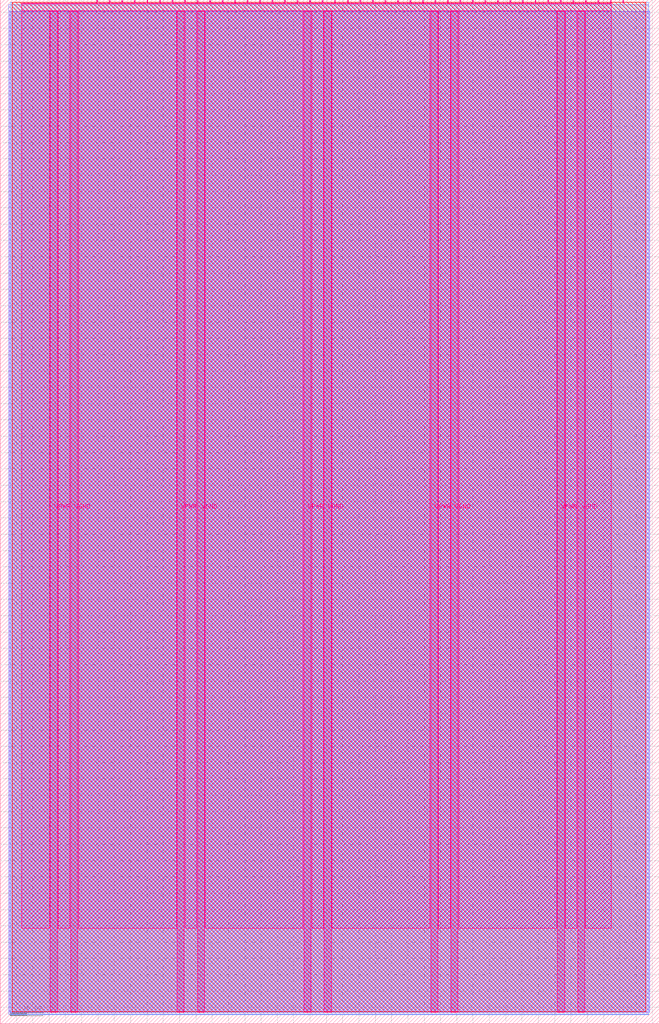
<source format=lef>
VERSION 5.7 ;
  NOWIREEXTENSIONATPIN ON ;
  DIVIDERCHAR "/" ;
  BUSBITCHARS "[]" ;
MACRO tt_um_comm_ic_bhavuk
  CLASS BLOCK ;
  FOREIGN tt_um_comm_ic_bhavuk ;
  ORIGIN 0.000 0.000 ;
  SIZE 202.080 BY 313.740 ;
  PIN VGND
    DIRECTION INOUT ;
    USE GROUND ;
    PORT
      LAYER Metal5 ;
        RECT 21.580 3.560 23.780 310.180 ;
    END
    PORT
      LAYER Metal5 ;
        RECT 60.450 3.560 62.650 310.180 ;
    END
    PORT
      LAYER Metal5 ;
        RECT 99.320 3.560 101.520 310.180 ;
    END
    PORT
      LAYER Metal5 ;
        RECT 138.190 3.560 140.390 310.180 ;
    END
    PORT
      LAYER Metal5 ;
        RECT 177.060 3.560 179.260 310.180 ;
    END
  END VGND
  PIN VPWR
    DIRECTION INOUT ;
    USE POWER ;
    PORT
      LAYER Metal5 ;
        RECT 15.380 3.560 17.580 310.180 ;
    END
    PORT
      LAYER Metal5 ;
        RECT 54.250 3.560 56.450 310.180 ;
    END
    PORT
      LAYER Metal5 ;
        RECT 93.120 3.560 95.320 310.180 ;
    END
    PORT
      LAYER Metal5 ;
        RECT 131.990 3.560 134.190 310.180 ;
    END
    PORT
      LAYER Metal5 ;
        RECT 170.860 3.560 173.060 310.180 ;
    END
  END VPWR
  PIN clk
    DIRECTION INPUT ;
    USE SIGNAL ;
    ANTENNAGATEAREA 58.992699 ;
    PORT
      LAYER Metal5 ;
        RECT 187.050 312.740 187.350 313.740 ;
    END
  END clk
  PIN ena
    DIRECTION INPUT ;
    USE SIGNAL ;
    PORT
      LAYER Metal5 ;
        RECT 190.890 312.740 191.190 313.740 ;
    END
  END ena
  PIN rst_n
    DIRECTION INPUT ;
    USE SIGNAL ;
    ANTENNAGATEAREA 0.314600 ;
    PORT
      LAYER Metal5 ;
        RECT 183.210 312.740 183.510 313.740 ;
    END
  END rst_n
  PIN ui_in[0]
    DIRECTION INPUT ;
    USE SIGNAL ;
    ANTENNAGATEAREA 0.213200 ;
    PORT
      LAYER Metal5 ;
        RECT 179.370 312.740 179.670 313.740 ;
    END
  END ui_in[0]
  PIN ui_in[1]
    DIRECTION INPUT ;
    USE SIGNAL ;
    ANTENNAGATEAREA 0.314600 ;
    PORT
      LAYER Metal5 ;
        RECT 175.530 312.740 175.830 313.740 ;
    END
  END ui_in[1]
  PIN ui_in[2]
    DIRECTION INPUT ;
    USE SIGNAL ;
    ANTENNAGATEAREA 0.213200 ;
    PORT
      LAYER Metal5 ;
        RECT 171.690 312.740 171.990 313.740 ;
    END
  END ui_in[2]
  PIN ui_in[3]
    DIRECTION INPUT ;
    USE SIGNAL ;
    PORT
      LAYER Metal5 ;
        RECT 167.850 312.740 168.150 313.740 ;
    END
  END ui_in[3]
  PIN ui_in[4]
    DIRECTION INPUT ;
    USE SIGNAL ;
    PORT
      LAYER Metal5 ;
        RECT 164.010 312.740 164.310 313.740 ;
    END
  END ui_in[4]
  PIN ui_in[5]
    DIRECTION INPUT ;
    USE SIGNAL ;
    PORT
      LAYER Metal5 ;
        RECT 160.170 312.740 160.470 313.740 ;
    END
  END ui_in[5]
  PIN ui_in[6]
    DIRECTION INPUT ;
    USE SIGNAL ;
    PORT
      LAYER Metal5 ;
        RECT 156.330 312.740 156.630 313.740 ;
    END
  END ui_in[6]
  PIN ui_in[7]
    DIRECTION INPUT ;
    USE SIGNAL ;
    PORT
      LAYER Metal5 ;
        RECT 152.490 312.740 152.790 313.740 ;
    END
  END ui_in[7]
  PIN uio_in[0]
    DIRECTION INPUT ;
    USE SIGNAL ;
    ANTENNAGATEAREA 0.213200 ;
    PORT
      LAYER Metal5 ;
        RECT 148.650 312.740 148.950 313.740 ;
    END
  END uio_in[0]
  PIN uio_in[1]
    DIRECTION INPUT ;
    USE SIGNAL ;
    PORT
      LAYER Metal5 ;
        RECT 144.810 312.740 145.110 313.740 ;
    END
  END uio_in[1]
  PIN uio_in[2]
    DIRECTION INPUT ;
    USE SIGNAL ;
    ANTENNAGATEAREA 0.314600 ;
    PORT
      LAYER Metal5 ;
        RECT 140.970 312.740 141.270 313.740 ;
    END
  END uio_in[2]
  PIN uio_in[3]
    DIRECTION INPUT ;
    USE SIGNAL ;
    ANTENNAGATEAREA 0.213200 ;
    PORT
      LAYER Metal5 ;
        RECT 137.130 312.740 137.430 313.740 ;
    END
  END uio_in[3]
  PIN uio_in[4]
    DIRECTION INPUT ;
    USE SIGNAL ;
    ANTENNAGATEAREA 0.213200 ;
    PORT
      LAYER Metal5 ;
        RECT 133.290 312.740 133.590 313.740 ;
    END
  END uio_in[4]
  PIN uio_in[5]
    DIRECTION INPUT ;
    USE SIGNAL ;
    ANTENNAGATEAREA 0.725400 ;
    PORT
      LAYER Metal5 ;
        RECT 129.450 312.740 129.750 313.740 ;
    END
  END uio_in[5]
  PIN uio_in[6]
    DIRECTION INPUT ;
    USE SIGNAL ;
    PORT
      LAYER Metal5 ;
        RECT 125.610 312.740 125.910 313.740 ;
    END
  END uio_in[6]
  PIN uio_in[7]
    DIRECTION INPUT ;
    USE SIGNAL ;
    PORT
      LAYER Metal5 ;
        RECT 121.770 312.740 122.070 313.740 ;
    END
  END uio_in[7]
  PIN uio_oe[0]
    DIRECTION OUTPUT ;
    USE SIGNAL ;
    ANTENNADIFFAREA 0.654800 ;
    PORT
      LAYER Metal5 ;
        RECT 56.490 312.740 56.790 313.740 ;
    END
  END uio_oe[0]
  PIN uio_oe[1]
    DIRECTION OUTPUT ;
    USE SIGNAL ;
    ANTENNADIFFAREA 0.392700 ;
    PORT
      LAYER Metal5 ;
        RECT 52.650 312.740 52.950 313.740 ;
    END
  END uio_oe[1]
  PIN uio_oe[2]
    DIRECTION OUTPUT ;
    USE SIGNAL ;
    ANTENNADIFFAREA 0.654800 ;
    PORT
      LAYER Metal5 ;
        RECT 48.810 312.740 49.110 313.740 ;
    END
  END uio_oe[2]
  PIN uio_oe[3]
    DIRECTION OUTPUT ;
    USE SIGNAL ;
    ANTENNADIFFAREA 0.654800 ;
    PORT
      LAYER Metal5 ;
        RECT 44.970 312.740 45.270 313.740 ;
    END
  END uio_oe[3]
  PIN uio_oe[4]
    DIRECTION OUTPUT ;
    USE SIGNAL ;
    ANTENNADIFFAREA 0.654800 ;
    PORT
      LAYER Metal5 ;
        RECT 41.130 312.740 41.430 313.740 ;
    END
  END uio_oe[4]
  PIN uio_oe[5]
    DIRECTION OUTPUT ;
    USE SIGNAL ;
    ANTENNAGATEAREA 0.651300 ;
    ANTENNADIFFAREA 0.632400 ;
    PORT
      LAYER Metal5 ;
        RECT 37.290 312.740 37.590 313.740 ;
    END
  END uio_oe[5]
  PIN uio_oe[6]
    DIRECTION OUTPUT ;
    USE SIGNAL ;
    ANTENNADIFFAREA 0.392700 ;
    PORT
      LAYER Metal5 ;
        RECT 33.450 312.740 33.750 313.740 ;
    END
  END uio_oe[6]
  PIN uio_oe[7]
    DIRECTION OUTPUT ;
    USE SIGNAL ;
    ANTENNADIFFAREA 0.392700 ;
    PORT
      LAYER Metal5 ;
        RECT 29.610 312.740 29.910 313.740 ;
    END
  END uio_oe[7]
  PIN uio_out[0]
    DIRECTION OUTPUT ;
    USE SIGNAL ;
    ANTENNADIFFAREA 0.654800 ;
    PORT
      LAYER Metal5 ;
        RECT 87.210 312.740 87.510 313.740 ;
    END
  END uio_out[0]
  PIN uio_out[1]
    DIRECTION OUTPUT ;
    USE SIGNAL ;
    ANTENNADIFFAREA 0.706800 ;
    PORT
      LAYER Metal5 ;
        RECT 83.370 312.740 83.670 313.740 ;
    END
  END uio_out[1]
  PIN uio_out[2]
    DIRECTION OUTPUT ;
    USE SIGNAL ;
    ANTENNAGATEAREA 0.109200 ;
    ANTENNADIFFAREA 0.632400 ;
    PORT
      LAYER Metal5 ;
        RECT 79.530 312.740 79.830 313.740 ;
    END
  END uio_out[2]
  PIN uio_out[3]
    DIRECTION OUTPUT ;
    USE SIGNAL ;
    ANTENNAGATEAREA 0.109200 ;
    ANTENNADIFFAREA 0.632400 ;
    PORT
      LAYER Metal5 ;
        RECT 75.690 312.740 75.990 313.740 ;
    END
  END uio_out[3]
  PIN uio_out[4]
    DIRECTION OUTPUT ;
    USE SIGNAL ;
    ANTENNAGATEAREA 0.109200 ;
    ANTENNADIFFAREA 0.632400 ;
    PORT
      LAYER Metal5 ;
        RECT 71.850 312.740 72.150 313.740 ;
    END
  END uio_out[4]
  PIN uio_out[5]
    DIRECTION OUTPUT ;
    USE SIGNAL ;
    ANTENNAGATEAREA 0.109200 ;
    ANTENNADIFFAREA 0.632400 ;
    PORT
      LAYER Metal5 ;
        RECT 68.010 312.740 68.310 313.740 ;
    END
  END uio_out[5]
  PIN uio_out[6]
    DIRECTION OUTPUT ;
    USE SIGNAL ;
    ANTENNADIFFAREA 0.654800 ;
    PORT
      LAYER Metal5 ;
        RECT 64.170 312.740 64.470 313.740 ;
    END
  END uio_out[6]
  PIN uio_out[7]
    DIRECTION OUTPUT ;
    USE SIGNAL ;
    ANTENNADIFFAREA 0.654800 ;
    PORT
      LAYER Metal5 ;
        RECT 60.330 312.740 60.630 313.740 ;
    END
  END uio_out[7]
  PIN uo_out[0]
    DIRECTION OUTPUT ;
    USE SIGNAL ;
    ANTENNADIFFAREA 0.706800 ;
    PORT
      LAYER Metal5 ;
        RECT 117.930 312.740 118.230 313.740 ;
    END
  END uo_out[0]
  PIN uo_out[1]
    DIRECTION OUTPUT ;
    USE SIGNAL ;
    ANTENNADIFFAREA 1.413600 ;
    PORT
      LAYER Metal5 ;
        RECT 114.090 312.740 114.390 313.740 ;
    END
  END uo_out[1]
  PIN uo_out[2]
    DIRECTION OUTPUT ;
    USE SIGNAL ;
    ANTENNADIFFAREA 1.413600 ;
    PORT
      LAYER Metal5 ;
        RECT 110.250 312.740 110.550 313.740 ;
    END
  END uo_out[2]
  PIN uo_out[3]
    DIRECTION OUTPUT ;
    USE SIGNAL ;
    ANTENNADIFFAREA 1.413600 ;
    PORT
      LAYER Metal5 ;
        RECT 106.410 312.740 106.710 313.740 ;
    END
  END uo_out[3]
  PIN uo_out[4]
    DIRECTION OUTPUT ;
    USE SIGNAL ;
    ANTENNADIFFAREA 0.654800 ;
    PORT
      LAYER Metal5 ;
        RECT 102.570 312.740 102.870 313.740 ;
    END
  END uo_out[4]
  PIN uo_out[5]
    DIRECTION OUTPUT ;
    USE SIGNAL ;
    ANTENNADIFFAREA 0.706800 ;
    PORT
      LAYER Metal5 ;
        RECT 98.730 312.740 99.030 313.740 ;
    END
  END uo_out[5]
  PIN uo_out[6]
    DIRECTION OUTPUT ;
    USE SIGNAL ;
    ANTENNADIFFAREA 0.706800 ;
    PORT
      LAYER Metal5 ;
        RECT 94.890 312.740 95.190 313.740 ;
    END
  END uo_out[6]
  PIN uo_out[7]
    DIRECTION OUTPUT ;
    USE SIGNAL ;
    ANTENNADIFFAREA 0.654800 ;
    PORT
      LAYER Metal5 ;
        RECT 91.050 312.740 91.350 313.740 ;
    END
  END uo_out[7]
  OBS
      LAYER GatPoly ;
        RECT 2.880 3.630 199.200 310.110 ;
      LAYER Metal1 ;
        RECT 2.880 3.560 199.200 310.180 ;
      LAYER Metal2 ;
        RECT 2.605 2.840 198.865 312.160 ;
      LAYER Metal3 ;
        RECT 3.260 2.795 198.820 313.045 ;
      LAYER Metal4 ;
        RECT 3.695 3.680 197.905 313.000 ;
      LAYER Metal5 ;
        RECT 6.620 312.530 29.400 312.740 ;
        RECT 30.120 312.530 33.240 312.740 ;
        RECT 33.960 312.530 37.080 312.740 ;
        RECT 37.800 312.530 40.920 312.740 ;
        RECT 41.640 312.530 44.760 312.740 ;
        RECT 45.480 312.530 48.600 312.740 ;
        RECT 49.320 312.530 52.440 312.740 ;
        RECT 53.160 312.530 56.280 312.740 ;
        RECT 57.000 312.530 60.120 312.740 ;
        RECT 60.840 312.530 63.960 312.740 ;
        RECT 64.680 312.530 67.800 312.740 ;
        RECT 68.520 312.530 71.640 312.740 ;
        RECT 72.360 312.530 75.480 312.740 ;
        RECT 76.200 312.530 79.320 312.740 ;
        RECT 80.040 312.530 83.160 312.740 ;
        RECT 83.880 312.530 87.000 312.740 ;
        RECT 87.720 312.530 90.840 312.740 ;
        RECT 91.560 312.530 94.680 312.740 ;
        RECT 95.400 312.530 98.520 312.740 ;
        RECT 99.240 312.530 102.360 312.740 ;
        RECT 103.080 312.530 106.200 312.740 ;
        RECT 106.920 312.530 110.040 312.740 ;
        RECT 110.760 312.530 113.880 312.740 ;
        RECT 114.600 312.530 117.720 312.740 ;
        RECT 118.440 312.530 121.560 312.740 ;
        RECT 122.280 312.530 125.400 312.740 ;
        RECT 126.120 312.530 129.240 312.740 ;
        RECT 129.960 312.530 133.080 312.740 ;
        RECT 133.800 312.530 136.920 312.740 ;
        RECT 137.640 312.530 140.760 312.740 ;
        RECT 141.480 312.530 144.600 312.740 ;
        RECT 145.320 312.530 148.440 312.740 ;
        RECT 149.160 312.530 152.280 312.740 ;
        RECT 153.000 312.530 156.120 312.740 ;
        RECT 156.840 312.530 159.960 312.740 ;
        RECT 160.680 312.530 163.800 312.740 ;
        RECT 164.520 312.530 167.640 312.740 ;
        RECT 168.360 312.530 171.480 312.740 ;
        RECT 172.200 312.530 175.320 312.740 ;
        RECT 176.040 312.530 179.160 312.740 ;
        RECT 179.880 312.530 183.000 312.740 ;
        RECT 183.720 312.530 186.840 312.740 ;
        RECT 6.620 310.390 187.300 312.530 ;
        RECT 6.620 29.255 15.170 310.390 ;
        RECT 17.790 29.255 21.370 310.390 ;
        RECT 23.990 29.255 54.040 310.390 ;
        RECT 56.660 29.255 60.240 310.390 ;
        RECT 62.860 29.255 92.910 310.390 ;
        RECT 95.530 29.255 99.110 310.390 ;
        RECT 101.730 29.255 131.780 310.390 ;
        RECT 134.400 29.255 137.980 310.390 ;
        RECT 140.600 29.255 170.650 310.390 ;
        RECT 173.270 29.255 176.850 310.390 ;
        RECT 179.470 29.255 187.300 310.390 ;
  END
END tt_um_comm_ic_bhavuk
END LIBRARY


</source>
